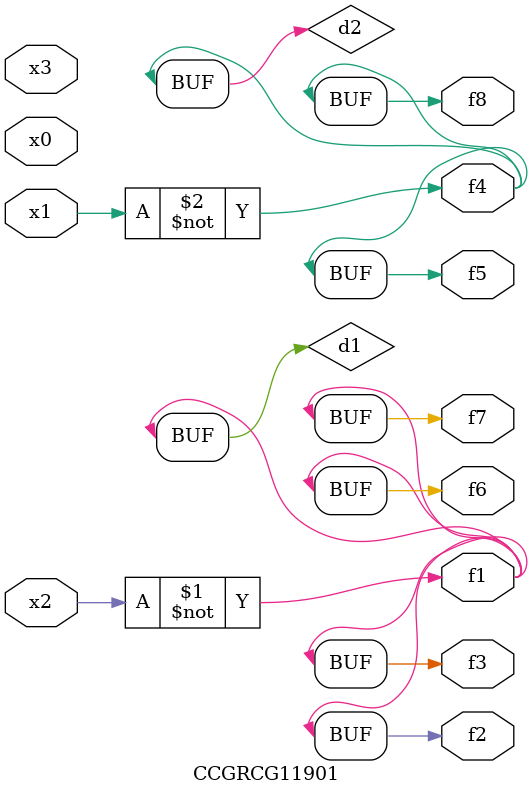
<source format=v>
module CCGRCG11901(
	input x0, x1, x2, x3,
	output f1, f2, f3, f4, f5, f6, f7, f8
);

	wire d1, d2;

	xnor (d1, x2);
	not (d2, x1);
	assign f1 = d1;
	assign f2 = d1;
	assign f3 = d1;
	assign f4 = d2;
	assign f5 = d2;
	assign f6 = d1;
	assign f7 = d1;
	assign f8 = d2;
endmodule

</source>
